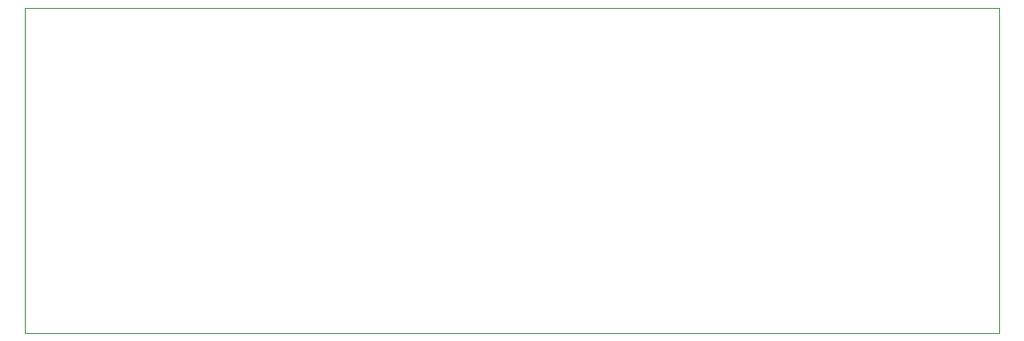
<source format=gm1>
G04 #@! TF.GenerationSoftware,KiCad,Pcbnew,8.0.7*
G04 #@! TF.CreationDate,2025-05-18T15:53:11-04:00*
G04 #@! TF.ProjectId,protovolt,70726f74-6f76-46f6-9c74-2e6b69636164,rev?*
G04 #@! TF.SameCoordinates,Original*
G04 #@! TF.FileFunction,Profile,NP*
%FSLAX46Y46*%
G04 Gerber Fmt 4.6, Leading zero omitted, Abs format (unit mm)*
G04 Created by KiCad (PCBNEW 8.0.7) date 2025-05-18 15:53:11*
%MOMM*%
%LPD*%
G01*
G04 APERTURE LIST*
G04 #@! TA.AperFunction,Profile*
%ADD10C,0.050000*%
G04 #@! TD*
G04 APERTURE END LIST*
D10*
X125500000Y-97500000D02*
X218500000Y-97500000D01*
X218500000Y-128500000D01*
X125500000Y-128500000D01*
X125500000Y-97500000D01*
M02*

</source>
